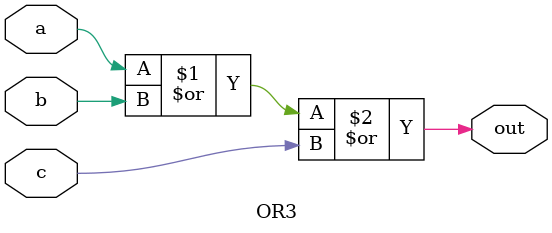
<source format=v>
module prob_six_struct(
    output out,
    input clk,
    input E,
    input W
);
    wire [5:0] b;
    wire q1;
    wire q2;
    
 and g1(b[0],q1, ~q2);
 and g2(b[1], q1, W);
 OR3 g3(b[2], E, b[0], b[1]);

 and g4(b[3],q2, ~q1);
 and g5(b[4], q2, E);
 OR3 g6(b[5], W, b[3], b[4]);
 
 d_flip_flop d_flip_flop_instance1(
     .Q(q1),
     .clk(clk),
     .D(b[2])
 );
  d_flip_flop d_flip_flop_instance2(
     .Q(q2),
     .clk(clk),
     .D(b[5])
 );
 and g7(out, ~q1, ~q2);



endmodule : prob_six_struct


// Define a D flip-flop module
module d_flip_flop(
    output reg Q= 1'b0,
    input clk,
    input D
);
    always @(posedge clk)
        Q <= D;
endmodule

module OR3(
    output out,
    inout a,
    input b,
    input c
);

assign out = a | b | c;
endmodule
</source>
